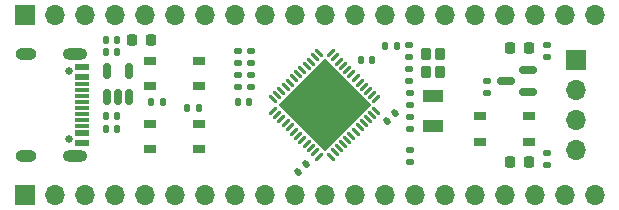
<source format=gbr>
%TF.GenerationSoftware,KiCad,Pcbnew,7.0.7*%
%TF.CreationDate,2023-11-28T23:11:37+01:00*%
%TF.ProjectId,STM32G474_Black-Pill_v3.0,53544d33-3247-4343-9734-5f426c61636b,A*%
%TF.SameCoordinates,Original*%
%TF.FileFunction,Soldermask,Top*%
%TF.FilePolarity,Negative*%
%FSLAX46Y46*%
G04 Gerber Fmt 4.6, Leading zero omitted, Abs format (unit mm)*
G04 Created by KiCad (PCBNEW 7.0.7) date 2023-11-28 23:11:37*
%MOMM*%
%LPD*%
G01*
G04 APERTURE LIST*
G04 Aperture macros list*
%AMRoundRect*
0 Rectangle with rounded corners*
0 $1 Rounding radius*
0 $2 $3 $4 $5 $6 $7 $8 $9 X,Y pos of 4 corners*
0 Add a 4 corners polygon primitive as box body*
4,1,4,$2,$3,$4,$5,$6,$7,$8,$9,$2,$3,0*
0 Add four circle primitives for the rounded corners*
1,1,$1+$1,$2,$3*
1,1,$1+$1,$4,$5*
1,1,$1+$1,$6,$7*
1,1,$1+$1,$8,$9*
0 Add four rect primitives between the rounded corners*
20,1,$1+$1,$2,$3,$4,$5,0*
20,1,$1+$1,$4,$5,$6,$7,0*
20,1,$1+$1,$6,$7,$8,$9,0*
20,1,$1+$1,$8,$9,$2,$3,0*%
%AMRotRect*
0 Rectangle, with rotation*
0 The origin of the aperture is its center*
0 $1 length*
0 $2 width*
0 $3 Rotation angle, in degrees counterclockwise*
0 Add horizontal line*
21,1,$1,$2,0,0,$3*%
G04 Aperture macros list end*
%ADD10RoundRect,0.135000X-0.135000X-0.185000X0.135000X-0.185000X0.135000X0.185000X-0.135000X0.185000X0*%
%ADD11RoundRect,0.140000X0.170000X-0.140000X0.170000X0.140000X-0.170000X0.140000X-0.170000X-0.140000X0*%
%ADD12RoundRect,0.218750X-0.218750X-0.256250X0.218750X-0.256250X0.218750X0.256250X-0.218750X0.256250X0*%
%ADD13RoundRect,0.140000X-0.170000X0.140000X-0.170000X-0.140000X0.170000X-0.140000X0.170000X0.140000X0*%
%ADD14RoundRect,0.135000X0.185000X-0.135000X0.185000X0.135000X-0.185000X0.135000X-0.185000X-0.135000X0*%
%ADD15RoundRect,0.102000X0.323000X-0.373000X0.323000X0.373000X-0.323000X0.373000X-0.323000X-0.373000X0*%
%ADD16RoundRect,0.140000X-0.140000X-0.170000X0.140000X-0.170000X0.140000X0.170000X-0.140000X0.170000X0*%
%ADD17RoundRect,0.135000X-0.185000X0.135000X-0.185000X-0.135000X0.185000X-0.135000X0.185000X0.135000X0*%
%ADD18RoundRect,0.150000X0.150000X-0.512500X0.150000X0.512500X-0.150000X0.512500X-0.150000X-0.512500X0*%
%ADD19RoundRect,0.140000X0.021213X-0.219203X0.219203X-0.021213X-0.021213X0.219203X-0.219203X0.021213X0*%
%ADD20RoundRect,0.150000X0.587500X0.150000X-0.587500X0.150000X-0.587500X-0.150000X0.587500X-0.150000X0*%
%ADD21RoundRect,0.135000X0.135000X0.185000X-0.135000X0.185000X-0.135000X-0.185000X0.135000X-0.185000X0*%
%ADD22R,1.050000X0.650000*%
%ADD23RoundRect,0.062500X0.220971X0.309359X-0.309359X-0.220971X-0.220971X-0.309359X0.309359X0.220971X0*%
%ADD24RoundRect,0.062500X-0.220971X0.309359X-0.309359X0.220971X0.220971X-0.309359X0.309359X-0.220971X0*%
%ADD25RotRect,5.600000X5.600000X225.000000*%
%ADD26R,1.800000X1.000000*%
%ADD27RoundRect,0.140000X0.140000X0.170000X-0.140000X0.170000X-0.140000X-0.170000X0.140000X-0.170000X0*%
%ADD28R,1.700000X1.700000*%
%ADD29O,1.700000X1.700000*%
%ADD30RoundRect,0.140000X-0.021213X0.219203X-0.219203X0.021213X0.021213X-0.219203X0.219203X-0.021213X0*%
%ADD31C,0.650000*%
%ADD32R,1.150000X0.600000*%
%ADD33R,1.150000X0.300000*%
%ADD34O,2.100000X1.000000*%
%ADD35O,1.800000X1.000000*%
G04 APERTURE END LIST*
D10*
%TO.C,R106*%
X132078000Y-96647000D03*
X133098000Y-96647000D03*
%TD*%
D11*
%TO.C,C105*%
X134239000Y-103604000D03*
X134239000Y-102644000D03*
%TD*%
D12*
%TO.C,L101*%
X110718500Y-96139000D03*
X112293500Y-96139000D03*
%TD*%
D13*
%TO.C,C120*%
X120777000Y-97056000D03*
X120777000Y-98016000D03*
%TD*%
D12*
%TO.C,D103*%
X142722500Y-96774000D03*
X144297500Y-96774000D03*
%TD*%
D14*
%TO.C,R109*%
X145796000Y-97538000D03*
X145796000Y-96518000D03*
%TD*%
D13*
%TO.C,C118*%
X119634000Y-97056000D03*
X119634000Y-98016000D03*
%TD*%
D12*
%TO.C,D101*%
X142722500Y-106426000D03*
X144297500Y-106426000D03*
%TD*%
D15*
%TO.C,Y101*%
X136719000Y-98769000D03*
X136719000Y-97319000D03*
X135569000Y-97319000D03*
X135569000Y-98769000D03*
%TD*%
D16*
%TO.C,C115*%
X108486000Y-97155000D03*
X109446000Y-97155000D03*
%TD*%
D17*
%TO.C,R107*%
X145796000Y-105662000D03*
X145796000Y-106682000D03*
%TD*%
D18*
%TO.C,U103*%
X108524000Y-100959500D03*
X109474000Y-100959500D03*
X110424000Y-100959500D03*
X110424000Y-98684500D03*
X108524000Y-98684500D03*
%TD*%
D19*
%TO.C,C109*%
X132248589Y-102955411D03*
X132927411Y-102276589D03*
%TD*%
D20*
%TO.C,D102*%
X144193500Y-100518000D03*
X144193500Y-98618000D03*
X142318500Y-99568000D03*
%TD*%
D21*
%TO.C,R103*%
X113286000Y-101346000D03*
X112266000Y-101346000D03*
%TD*%
D22*
%TO.C,SW103*%
X140165000Y-102557000D03*
X144315000Y-102557000D03*
X140165000Y-104707000D03*
X144315000Y-104707000D03*
%TD*%
D13*
%TO.C,C102*%
X134112000Y-98580000D03*
X134112000Y-99540000D03*
%TD*%
D22*
%TO.C,SW101*%
X112225000Y-97858000D03*
X116375000Y-97858000D03*
X112225000Y-100008000D03*
X116375000Y-100008000D03*
%TD*%
D11*
%TO.C,C119*%
X120777000Y-100048000D03*
X120777000Y-99088000D03*
%TD*%
D22*
%TO.C,SW102*%
X112225000Y-103192000D03*
X116375000Y-103192000D03*
X112225000Y-105342000D03*
X116375000Y-105342000D03*
%TD*%
D16*
%TO.C,C113*%
X108486000Y-103632000D03*
X109446000Y-103632000D03*
%TD*%
%TO.C,C116*%
X108486000Y-96139000D03*
X109446000Y-96139000D03*
%TD*%
D23*
%TO.C,U102*%
X131375223Y-101113864D03*
X131021670Y-100760311D03*
X130668116Y-100406757D03*
X130314563Y-100053204D03*
X129961010Y-99699651D03*
X129607456Y-99346097D03*
X129253903Y-98992544D03*
X128900349Y-98638990D03*
X128546796Y-98285437D03*
X128193243Y-97931884D03*
X127839689Y-97578330D03*
X127486136Y-97224777D03*
D24*
X126513864Y-97224777D03*
X126160311Y-97578330D03*
X125806757Y-97931884D03*
X125453204Y-98285437D03*
X125099651Y-98638990D03*
X124746097Y-98992544D03*
X124392544Y-99346097D03*
X124038990Y-99699651D03*
X123685437Y-100053204D03*
X123331884Y-100406757D03*
X122978330Y-100760311D03*
X122624777Y-101113864D03*
D23*
X122624777Y-102086136D03*
X122978330Y-102439689D03*
X123331884Y-102793243D03*
X123685437Y-103146796D03*
X124038990Y-103500349D03*
X124392544Y-103853903D03*
X124746097Y-104207456D03*
X125099651Y-104561010D03*
X125453204Y-104914563D03*
X125806757Y-105268116D03*
X126160311Y-105621670D03*
X126513864Y-105975223D03*
D24*
X127486136Y-105975223D03*
X127839689Y-105621670D03*
X128193243Y-105268116D03*
X128546796Y-104914563D03*
X128900349Y-104561010D03*
X129253903Y-104207456D03*
X129607456Y-103853903D03*
X129961010Y-103500349D03*
X130314563Y-103146796D03*
X130668116Y-102793243D03*
X131021670Y-102439689D03*
X131375223Y-102086136D03*
D25*
X127000000Y-101600000D03*
%TD*%
D26*
%TO.C,Y102*%
X136144000Y-100858000D03*
X136144000Y-103358000D03*
%TD*%
D16*
%TO.C,C104*%
X130076000Y-97790000D03*
X131036000Y-97790000D03*
%TD*%
D27*
%TO.C,C110*%
X120622000Y-101346000D03*
X119662000Y-101346000D03*
%TD*%
D11*
%TO.C,C117*%
X119634000Y-100048000D03*
X119634000Y-99088000D03*
%TD*%
D13*
%TO.C,C107*%
X134239000Y-105438000D03*
X134239000Y-106398000D03*
%TD*%
D11*
%TO.C,C103*%
X134112000Y-97508000D03*
X134112000Y-96548000D03*
%TD*%
D21*
%TO.C,R108*%
X116334000Y-101854000D03*
X115314000Y-101854000D03*
%TD*%
D16*
%TO.C,C114*%
X108486000Y-102538000D03*
X109446000Y-102538000D03*
%TD*%
D28*
%TO.C,J104*%
X148285000Y-97800000D03*
D29*
X148285000Y-100340000D03*
X148285000Y-102880000D03*
X148285000Y-105420000D03*
%TD*%
D13*
%TO.C,C112*%
X140716000Y-99596000D03*
X140716000Y-100556000D03*
%TD*%
D30*
%TO.C,C108*%
X125434411Y-106594589D03*
X124755589Y-107273411D03*
%TD*%
D31*
%TO.C,J101*%
X105340000Y-98710000D03*
X105340000Y-104490000D03*
D32*
X106415000Y-98400000D03*
X106415000Y-99200000D03*
D33*
X106415000Y-100350000D03*
X106415000Y-101350000D03*
X106415000Y-101850000D03*
X106415000Y-102850000D03*
D32*
X106415000Y-104000000D03*
X106415000Y-104800000D03*
X106415000Y-104800000D03*
X106415000Y-104000000D03*
D33*
X106415000Y-103350000D03*
X106415000Y-102350000D03*
X106415000Y-100850000D03*
X106415000Y-99850000D03*
D32*
X106415000Y-99200000D03*
X106415000Y-98400000D03*
D34*
X105840000Y-97280000D03*
D35*
X101660000Y-97280000D03*
D34*
X105840000Y-105920000D03*
D35*
X101660000Y-105920000D03*
%TD*%
D11*
%TO.C,C106*%
X134239000Y-101572000D03*
X134239000Y-100612000D03*
%TD*%
D28*
%TO.C,J102*%
X101600000Y-109220000D03*
D29*
X104140000Y-109220000D03*
X106680000Y-109220000D03*
X109220000Y-109220000D03*
X111760000Y-109220000D03*
X114300000Y-109220000D03*
X116840000Y-109220000D03*
X119380000Y-109220000D03*
X121920000Y-109220000D03*
X124460000Y-109220000D03*
X127000000Y-109220000D03*
X129540000Y-109220000D03*
X132080000Y-109220000D03*
X134620000Y-109220000D03*
X137160000Y-109220000D03*
X139700000Y-109220000D03*
X142240000Y-109220000D03*
X144780000Y-109220000D03*
X147320000Y-109220000D03*
X149860000Y-109220000D03*
%TD*%
D28*
%TO.C,J103*%
X101600000Y-93980000D03*
D29*
X104140000Y-93980000D03*
X106680000Y-93980000D03*
X109220000Y-93980000D03*
X111760000Y-93980000D03*
X114300000Y-93980000D03*
X116840000Y-93980000D03*
X119380000Y-93980000D03*
X121920000Y-93980000D03*
X124460000Y-93980000D03*
X127000000Y-93980000D03*
X129540000Y-93980000D03*
X132080000Y-93980000D03*
X134620000Y-93980000D03*
X137160000Y-93980000D03*
X139700000Y-93980000D03*
X142240000Y-93980000D03*
X144780000Y-93980000D03*
X147320000Y-93980000D03*
X149860000Y-93980000D03*
%TD*%
M02*

</source>
